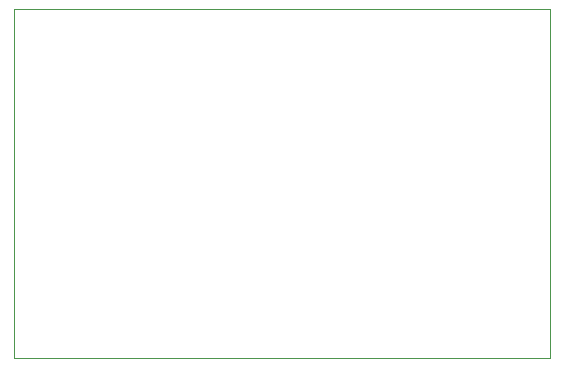
<source format=gbr>
%TF.GenerationSoftware,KiCad,Pcbnew,7.0.6*%
%TF.CreationDate,2024-03-10T16:24:53+08:00*%
%TF.ProjectId,Digital Clock,44696769-7461-46c2-9043-6c6f636b2e6b,_____*%
%TF.SameCoordinates,Original*%
%TF.FileFunction,Profile,NP*%
%FSLAX46Y46*%
G04 Gerber Fmt 4.6, Leading zero omitted, Abs format (unit mm)*
G04 Created by KiCad (PCBNEW 7.0.6) date 2024-03-10 16:24:53*
%MOMM*%
%LPD*%
G01*
G04 APERTURE LIST*
%TA.AperFunction,Profile*%
%ADD10C,0.100000*%
%TD*%
G04 APERTURE END LIST*
D10*
X43410000Y-19400000D02*
X88800000Y-19400000D01*
X88800000Y-48900000D01*
X43410000Y-48900000D01*
X43410000Y-19400000D01*
M02*

</source>
